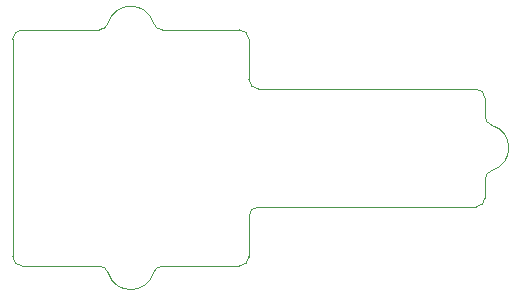
<source format=gbr>
%TF.GenerationSoftware,KiCad,Pcbnew,9.0.2*%
%TF.CreationDate,2025-07-10T11:39:35+02:00*%
%TF.ProjectId,iagabel,69616761-6265-46c2-9e6b-696361645f70,rev?*%
%TF.SameCoordinates,Original*%
%TF.FileFunction,Profile,NP*%
%FSLAX46Y46*%
G04 Gerber Fmt 4.6, Leading zero omitted, Abs format (unit mm)*
G04 Created by KiCad (PCBNEW 9.0.2) date 2025-07-10 11:39:35*
%MOMM*%
%LPD*%
G01*
G04 APERTURE LIST*
%TA.AperFunction,Profile*%
%ADD10C,0.050000*%
%TD*%
G04 APERTURE END LIST*
D10*
X20800000Y-4999999D02*
X39200000Y-4999999D01*
X12683300Y1D02*
G75*
G02*
X11916647Y571435I0J800000D01*
G01*
X40000000Y-14199999D02*
X40000000Y-12683299D01*
X8083370Y571430D02*
G75*
G02*
X7316740Y1I-766630J228541D01*
G01*
X20000000Y-799999D02*
X20000000Y-4199999D01*
X0Y-800000D02*
G75*
G02*
X800001Y1I800001J0D01*
G01*
X12688666Y-19999999D02*
X19200000Y-19999999D01*
X0Y-800000D02*
X0Y-19199999D01*
X800000Y-19999999D02*
G75*
G02*
X0Y-19199999I0J800000D01*
G01*
X40571429Y-8083369D02*
G75*
G02*
X40000001Y-7311333I228571J766670D01*
G01*
X7316700Y-19999999D02*
G75*
G02*
X8083353Y-20571433I0J-800000D01*
G01*
X800001Y1D02*
X7316740Y1D01*
X11916630Y-20571428D02*
G75*
G02*
X12688666Y-20000000I766670J-228571D01*
G01*
X20000000Y-19199999D02*
G75*
G02*
X19200000Y-19999999I-800000J0D01*
G01*
X20000000Y-15799999D02*
G75*
G02*
X20800000Y-14999999I800000J0D01*
G01*
X40000000Y-14199999D02*
G75*
G02*
X39200000Y-14999999I-800000J0D01*
G01*
X19200000Y1D02*
G75*
G02*
X20000000Y-799999I0J-800000D01*
G01*
X20000000Y-19199999D02*
X20000000Y-15799999D01*
X20800000Y-4999999D02*
G75*
G02*
X20000000Y-4199999I0J800000D01*
G01*
X20800000Y-14999999D02*
X39200000Y-14999999D01*
X40571429Y-8083369D02*
G75*
G02*
X40571429Y-11916629I-571429J-1916630D01*
G01*
X40000000Y-7311333D02*
X40000000Y-5799999D01*
X8083370Y571430D02*
G75*
G02*
X11916630Y571430I1916630J-571430D01*
G01*
X12683300Y1D02*
X19200000Y1D01*
X39200000Y-4999999D02*
G75*
G02*
X40000000Y-5799999I0J-800000D01*
G01*
X800000Y-19999999D02*
X7316700Y-19999999D01*
X40000000Y-12683299D02*
G75*
G02*
X40571434Y-11916646I800000J0D01*
G01*
X11916630Y-20571428D02*
G75*
G02*
X8083370Y-20571428I-1916630J571430D01*
G01*
M02*

</source>
